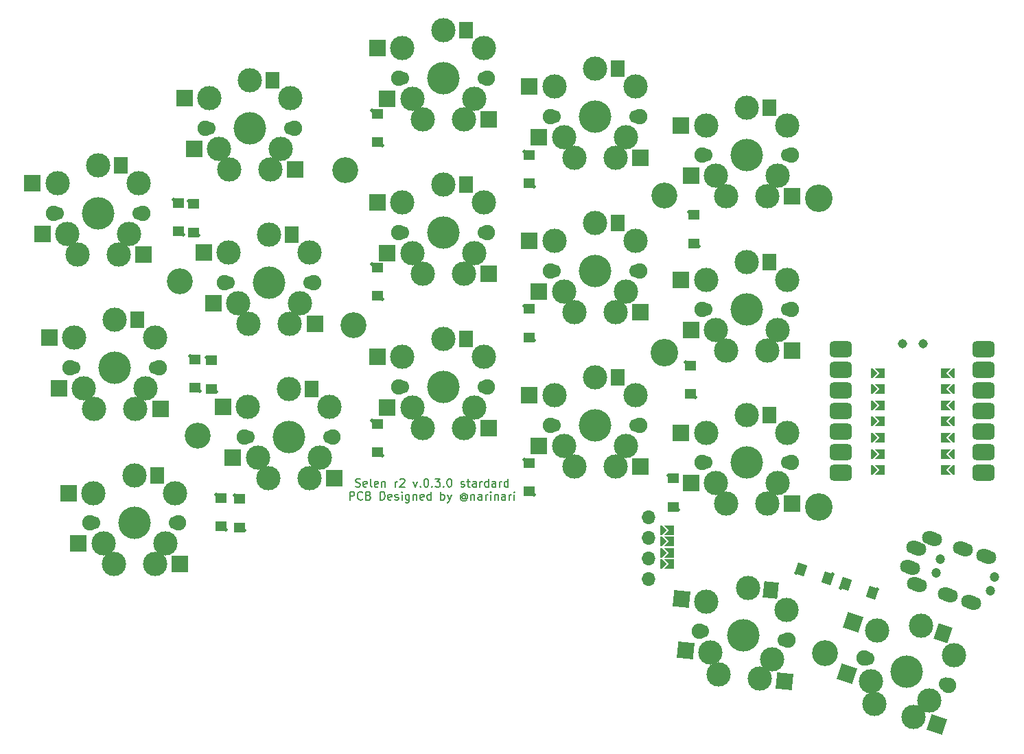
<source format=gts>
%TF.GenerationSoftware,KiCad,Pcbnew,(6.0.8)*%
%TF.CreationDate,2022-10-28T13:13:08+09:00*%
%TF.ProjectId,selen-rev2,73656c65-6e2d-4726-9576-322e6b696361,rev?*%
%TF.SameCoordinates,Original*%
%TF.FileFunction,Soldermask,Top*%
%TF.FilePolarity,Negative*%
%FSLAX46Y46*%
G04 Gerber Fmt 4.6, Leading zero omitted, Abs format (unit mm)*
G04 Created by KiCad (PCBNEW (6.0.8)) date 2022-10-28 13:13:08*
%MOMM*%
%LPD*%
G01*
G04 APERTURE LIST*
G04 Aperture macros list*
%AMRoundRect*
0 Rectangle with rounded corners*
0 $1 Rounding radius*
0 $2 $3 $4 $5 $6 $7 $8 $9 X,Y pos of 4 corners*
0 Add a 4 corners polygon primitive as box body*
4,1,4,$2,$3,$4,$5,$6,$7,$8,$9,$2,$3,0*
0 Add four circle primitives for the rounded corners*
1,1,$1+$1,$2,$3*
1,1,$1+$1,$4,$5*
1,1,$1+$1,$6,$7*
1,1,$1+$1,$8,$9*
0 Add four rect primitives between the rounded corners*
20,1,$1+$1,$2,$3,$4,$5,0*
20,1,$1+$1,$4,$5,$6,$7,0*
20,1,$1+$1,$6,$7,$8,$9,0*
20,1,$1+$1,$8,$9,$2,$3,0*%
%AMHorizOval*
0 Thick line with rounded ends*
0 $1 width*
0 $2 $3 position (X,Y) of the first rounded end (center of the circle)*
0 $4 $5 position (X,Y) of the second rounded end (center of the circle)*
0 Add line between two ends*
20,1,$1,$2,$3,$4,$5,0*
0 Add two circle primitives to create the rounded ends*
1,1,$1,$2,$3*
1,1,$1,$4,$5*%
%AMRotRect*
0 Rectangle, with rotation*
0 The origin of the aperture is its center*
0 $1 length*
0 $2 width*
0 $3 Rotation angle, in degrees counterclockwise*
0 Add horizontal line*
21,1,$1,$2,0,0,$3*%
%AMFreePoly0*
4,1,6,0.600000,0.200000,0.000000,-0.400000,-0.600000,0.200000,-0.600000,0.400000,0.600000,0.400000,0.600000,0.200000,0.600000,0.200000,$1*%
%AMFreePoly1*
4,1,6,0.600000,-0.250000,-0.600000,-0.250000,-0.600000,1.000000,0.000000,0.400000,0.600000,1.000000,0.600000,-0.250000,0.600000,-0.250000,$1*%
G04 Aperture macros list end*
%ADD10C,0.150000*%
%ADD11R,1.400000X1.200000*%
%ADD12C,0.500000*%
%ADD13O,1.700000X1.700000*%
%ADD14FreePoly0,90.000000*%
%ADD15FreePoly1,90.000000*%
%ADD16RotRect,1.200000X1.400000X342.000000*%
%ADD17C,1.900000*%
%ADD18C,3.000000*%
%ADD19C,1.700000*%
%ADD20C,4.000000*%
%ADD21R,2.000000X2.000000*%
%ADD22R,1.800000X2.000000*%
%ADD23C,3.200000*%
%ADD24C,3.400000*%
%ADD25RotRect,2.000000X2.000000X354.000000*%
%ADD26RotRect,1.800000X2.000000X354.000000*%
%ADD27RotRect,2.000000X2.000000X342.000000*%
%ADD28RotRect,1.800000X2.000000X342.000000*%
%ADD29C,1.200000*%
%ADD30HorizOval,1.700000X-0.380423X0.123607X0.380423X-0.123607X0*%
%ADD31FreePoly0,270.000000*%
%ADD32RoundRect,0.499745X-0.874395X-0.499745X0.874395X-0.499745X0.874395X0.499745X-0.874395X0.499745X0*%
%ADD33FreePoly1,270.000000*%
%ADD34C,1.143000*%
G04 APERTURE END LIST*
D10*
X131373690Y-116352380D02*
X131373690Y-115352380D01*
X131754642Y-115352380D01*
X131849880Y-115400000D01*
X131897499Y-115447619D01*
X131945118Y-115542857D01*
X131945118Y-115685714D01*
X131897499Y-115780952D01*
X131849880Y-115828571D01*
X131754642Y-115876190D01*
X131373690Y-115876190D01*
X132945118Y-116257142D02*
X132897499Y-116304761D01*
X132754642Y-116352380D01*
X132659404Y-116352380D01*
X132516547Y-116304761D01*
X132421309Y-116209523D01*
X132373690Y-116114285D01*
X132326071Y-115923809D01*
X132326071Y-115780952D01*
X132373690Y-115590476D01*
X132421309Y-115495238D01*
X132516547Y-115400000D01*
X132659404Y-115352380D01*
X132754642Y-115352380D01*
X132897499Y-115400000D01*
X132945118Y-115447619D01*
X133707023Y-115828571D02*
X133849880Y-115876190D01*
X133897499Y-115923809D01*
X133945118Y-116019047D01*
X133945118Y-116161904D01*
X133897499Y-116257142D01*
X133849880Y-116304761D01*
X133754642Y-116352380D01*
X133373690Y-116352380D01*
X133373690Y-115352380D01*
X133707023Y-115352380D01*
X133802261Y-115400000D01*
X133849880Y-115447619D01*
X133897499Y-115542857D01*
X133897499Y-115638095D01*
X133849880Y-115733333D01*
X133802261Y-115780952D01*
X133707023Y-115828571D01*
X133373690Y-115828571D01*
X135135595Y-116352380D02*
X135135595Y-115352380D01*
X135373690Y-115352380D01*
X135516547Y-115400000D01*
X135611785Y-115495238D01*
X135659404Y-115590476D01*
X135707023Y-115780952D01*
X135707023Y-115923809D01*
X135659404Y-116114285D01*
X135611785Y-116209523D01*
X135516547Y-116304761D01*
X135373690Y-116352380D01*
X135135595Y-116352380D01*
X136516547Y-116304761D02*
X136421309Y-116352380D01*
X136230833Y-116352380D01*
X136135595Y-116304761D01*
X136087975Y-116209523D01*
X136087975Y-115828571D01*
X136135595Y-115733333D01*
X136230833Y-115685714D01*
X136421309Y-115685714D01*
X136516547Y-115733333D01*
X136564166Y-115828571D01*
X136564166Y-115923809D01*
X136087975Y-116019047D01*
X136945118Y-116304761D02*
X137040356Y-116352380D01*
X137230833Y-116352380D01*
X137326071Y-116304761D01*
X137373690Y-116209523D01*
X137373690Y-116161904D01*
X137326071Y-116066666D01*
X137230833Y-116019047D01*
X137087975Y-116019047D01*
X136992737Y-115971428D01*
X136945118Y-115876190D01*
X136945118Y-115828571D01*
X136992737Y-115733333D01*
X137087975Y-115685714D01*
X137230833Y-115685714D01*
X137326071Y-115733333D01*
X137802261Y-116352380D02*
X137802261Y-115685714D01*
X137802261Y-115352380D02*
X137754642Y-115400000D01*
X137802261Y-115447619D01*
X137849880Y-115400000D01*
X137802261Y-115352380D01*
X137802261Y-115447619D01*
X138707023Y-115685714D02*
X138707023Y-116495238D01*
X138659404Y-116590476D01*
X138611785Y-116638095D01*
X138516547Y-116685714D01*
X138373690Y-116685714D01*
X138278452Y-116638095D01*
X138707023Y-116304761D02*
X138611785Y-116352380D01*
X138421309Y-116352380D01*
X138326071Y-116304761D01*
X138278452Y-116257142D01*
X138230833Y-116161904D01*
X138230833Y-115876190D01*
X138278452Y-115780952D01*
X138326071Y-115733333D01*
X138421309Y-115685714D01*
X138611785Y-115685714D01*
X138707023Y-115733333D01*
X139183214Y-115685714D02*
X139183214Y-116352380D01*
X139183214Y-115780952D02*
X139230833Y-115733333D01*
X139326071Y-115685714D01*
X139468928Y-115685714D01*
X139564166Y-115733333D01*
X139611785Y-115828571D01*
X139611785Y-116352380D01*
X140468928Y-116304761D02*
X140373690Y-116352380D01*
X140183214Y-116352380D01*
X140087975Y-116304761D01*
X140040356Y-116209523D01*
X140040356Y-115828571D01*
X140087975Y-115733333D01*
X140183214Y-115685714D01*
X140373690Y-115685714D01*
X140468928Y-115733333D01*
X140516547Y-115828571D01*
X140516547Y-115923809D01*
X140040356Y-116019047D01*
X141373690Y-116352380D02*
X141373690Y-115352380D01*
X141373690Y-116304761D02*
X141278452Y-116352380D01*
X141087975Y-116352380D01*
X140992737Y-116304761D01*
X140945118Y-116257142D01*
X140897499Y-116161904D01*
X140897499Y-115876190D01*
X140945118Y-115780952D01*
X140992737Y-115733333D01*
X141087975Y-115685714D01*
X141278452Y-115685714D01*
X141373690Y-115733333D01*
X142611785Y-116352380D02*
X142611785Y-115352380D01*
X142611785Y-115733333D02*
X142707023Y-115685714D01*
X142897499Y-115685714D01*
X142992737Y-115733333D01*
X143040356Y-115780952D01*
X143087975Y-115876190D01*
X143087975Y-116161904D01*
X143040356Y-116257142D01*
X142992737Y-116304761D01*
X142897499Y-116352380D01*
X142707023Y-116352380D01*
X142611785Y-116304761D01*
X143421309Y-115685714D02*
X143659404Y-116352380D01*
X143897499Y-115685714D02*
X143659404Y-116352380D01*
X143564166Y-116590476D01*
X143516547Y-116638095D01*
X143421309Y-116685714D01*
X145659404Y-115876190D02*
X145611785Y-115828571D01*
X145516547Y-115780952D01*
X145421309Y-115780952D01*
X145326071Y-115828571D01*
X145278452Y-115876190D01*
X145230833Y-115971428D01*
X145230833Y-116066666D01*
X145278452Y-116161904D01*
X145326071Y-116209523D01*
X145421309Y-116257142D01*
X145516547Y-116257142D01*
X145611785Y-116209523D01*
X145659404Y-116161904D01*
X145659404Y-115780952D02*
X145659404Y-116161904D01*
X145707023Y-116209523D01*
X145754642Y-116209523D01*
X145849880Y-116161904D01*
X145897499Y-116066666D01*
X145897499Y-115828571D01*
X145802261Y-115685714D01*
X145659404Y-115590476D01*
X145468928Y-115542857D01*
X145278452Y-115590476D01*
X145135595Y-115685714D01*
X145040356Y-115828571D01*
X144992737Y-116019047D01*
X145040356Y-116209523D01*
X145135595Y-116352380D01*
X145278452Y-116447619D01*
X145468928Y-116495238D01*
X145659404Y-116447619D01*
X145802261Y-116352380D01*
X146326071Y-115685714D02*
X146326071Y-116352380D01*
X146326071Y-115780952D02*
X146373690Y-115733333D01*
X146468928Y-115685714D01*
X146611785Y-115685714D01*
X146707023Y-115733333D01*
X146754642Y-115828571D01*
X146754642Y-116352380D01*
X147659404Y-116352380D02*
X147659404Y-115828571D01*
X147611785Y-115733333D01*
X147516547Y-115685714D01*
X147326071Y-115685714D01*
X147230833Y-115733333D01*
X147659404Y-116304761D02*
X147564166Y-116352380D01*
X147326071Y-116352380D01*
X147230833Y-116304761D01*
X147183214Y-116209523D01*
X147183214Y-116114285D01*
X147230833Y-116019047D01*
X147326071Y-115971428D01*
X147564166Y-115971428D01*
X147659404Y-115923809D01*
X148135595Y-116352380D02*
X148135595Y-115685714D01*
X148135595Y-115876190D02*
X148183214Y-115780952D01*
X148230833Y-115733333D01*
X148326071Y-115685714D01*
X148421309Y-115685714D01*
X148754642Y-116352380D02*
X148754642Y-115685714D01*
X148754642Y-115352380D02*
X148707023Y-115400000D01*
X148754642Y-115447619D01*
X148802261Y-115400000D01*
X148754642Y-115352380D01*
X148754642Y-115447619D01*
X149230833Y-115685714D02*
X149230833Y-116352380D01*
X149230833Y-115780952D02*
X149278452Y-115733333D01*
X149373690Y-115685714D01*
X149516547Y-115685714D01*
X149611785Y-115733333D01*
X149659404Y-115828571D01*
X149659404Y-116352380D01*
X150564166Y-116352380D02*
X150564166Y-115828571D01*
X150516547Y-115733333D01*
X150421309Y-115685714D01*
X150230833Y-115685714D01*
X150135595Y-115733333D01*
X150564166Y-116304761D02*
X150468928Y-116352380D01*
X150230833Y-116352380D01*
X150135595Y-116304761D01*
X150087975Y-116209523D01*
X150087975Y-116114285D01*
X150135595Y-116019047D01*
X150230833Y-115971428D01*
X150468928Y-115971428D01*
X150564166Y-115923809D01*
X151040356Y-116352380D02*
X151040356Y-115685714D01*
X151040356Y-115876190D02*
X151087975Y-115780952D01*
X151135595Y-115733333D01*
X151230833Y-115685714D01*
X151326071Y-115685714D01*
X151659404Y-116352380D02*
X151659404Y-115685714D01*
X151659404Y-115352380D02*
X151611785Y-115400000D01*
X151659404Y-115447619D01*
X151707023Y-115400000D01*
X151659404Y-115352380D01*
X151659404Y-115447619D01*
X132087976Y-114704761D02*
X132230833Y-114752380D01*
X132468928Y-114752380D01*
X132564166Y-114704761D01*
X132611785Y-114657142D01*
X132659404Y-114561904D01*
X132659404Y-114466666D01*
X132611785Y-114371428D01*
X132564166Y-114323809D01*
X132468928Y-114276190D01*
X132278452Y-114228571D01*
X132183214Y-114180952D01*
X132135595Y-114133333D01*
X132087976Y-114038095D01*
X132087976Y-113942857D01*
X132135595Y-113847619D01*
X132183214Y-113800000D01*
X132278452Y-113752380D01*
X132516547Y-113752380D01*
X132659404Y-113800000D01*
X133468928Y-114704761D02*
X133373690Y-114752380D01*
X133183214Y-114752380D01*
X133087976Y-114704761D01*
X133040357Y-114609523D01*
X133040357Y-114228571D01*
X133087976Y-114133333D01*
X133183214Y-114085714D01*
X133373690Y-114085714D01*
X133468928Y-114133333D01*
X133516547Y-114228571D01*
X133516547Y-114323809D01*
X133040357Y-114419047D01*
X134087976Y-114752380D02*
X133992738Y-114704761D01*
X133945119Y-114609523D01*
X133945119Y-113752380D01*
X134849880Y-114704761D02*
X134754642Y-114752380D01*
X134564166Y-114752380D01*
X134468928Y-114704761D01*
X134421309Y-114609523D01*
X134421309Y-114228571D01*
X134468928Y-114133333D01*
X134564166Y-114085714D01*
X134754642Y-114085714D01*
X134849880Y-114133333D01*
X134897500Y-114228571D01*
X134897500Y-114323809D01*
X134421309Y-114419047D01*
X135326071Y-114085714D02*
X135326071Y-114752380D01*
X135326071Y-114180952D02*
X135373690Y-114133333D01*
X135468928Y-114085714D01*
X135611785Y-114085714D01*
X135707023Y-114133333D01*
X135754642Y-114228571D01*
X135754642Y-114752380D01*
X136992738Y-114752380D02*
X136992738Y-114085714D01*
X136992738Y-114276190D02*
X137040357Y-114180952D01*
X137087976Y-114133333D01*
X137183214Y-114085714D01*
X137278452Y-114085714D01*
X137564166Y-113847619D02*
X137611785Y-113800000D01*
X137707023Y-113752380D01*
X137945119Y-113752380D01*
X138040357Y-113800000D01*
X138087976Y-113847619D01*
X138135595Y-113942857D01*
X138135595Y-114038095D01*
X138087976Y-114180952D01*
X137516547Y-114752380D01*
X138135595Y-114752380D01*
X139230833Y-114085714D02*
X139468928Y-114752380D01*
X139707023Y-114085714D01*
X140087976Y-114657142D02*
X140135595Y-114704761D01*
X140087976Y-114752380D01*
X140040357Y-114704761D01*
X140087976Y-114657142D01*
X140087976Y-114752380D01*
X140754642Y-113752380D02*
X140849880Y-113752380D01*
X140945119Y-113800000D01*
X140992738Y-113847619D01*
X141040357Y-113942857D01*
X141087976Y-114133333D01*
X141087976Y-114371428D01*
X141040357Y-114561904D01*
X140992738Y-114657142D01*
X140945119Y-114704761D01*
X140849880Y-114752380D01*
X140754642Y-114752380D01*
X140659404Y-114704761D01*
X140611785Y-114657142D01*
X140564166Y-114561904D01*
X140516547Y-114371428D01*
X140516547Y-114133333D01*
X140564166Y-113942857D01*
X140611785Y-113847619D01*
X140659404Y-113800000D01*
X140754642Y-113752380D01*
X141516547Y-114657142D02*
X141564166Y-114704761D01*
X141516547Y-114752380D01*
X141468928Y-114704761D01*
X141516547Y-114657142D01*
X141516547Y-114752380D01*
X141897500Y-113752380D02*
X142516547Y-113752380D01*
X142183214Y-114133333D01*
X142326071Y-114133333D01*
X142421309Y-114180952D01*
X142468928Y-114228571D01*
X142516547Y-114323809D01*
X142516547Y-114561904D01*
X142468928Y-114657142D01*
X142421309Y-114704761D01*
X142326071Y-114752380D01*
X142040357Y-114752380D01*
X141945119Y-114704761D01*
X141897500Y-114657142D01*
X142945119Y-114657142D02*
X142992738Y-114704761D01*
X142945119Y-114752380D01*
X142897500Y-114704761D01*
X142945119Y-114657142D01*
X142945119Y-114752380D01*
X143611785Y-113752380D02*
X143707023Y-113752380D01*
X143802261Y-113800000D01*
X143849880Y-113847619D01*
X143897500Y-113942857D01*
X143945119Y-114133333D01*
X143945119Y-114371428D01*
X143897500Y-114561904D01*
X143849880Y-114657142D01*
X143802261Y-114704761D01*
X143707023Y-114752380D01*
X143611785Y-114752380D01*
X143516547Y-114704761D01*
X143468928Y-114657142D01*
X143421309Y-114561904D01*
X143373690Y-114371428D01*
X143373690Y-114133333D01*
X143421309Y-113942857D01*
X143468928Y-113847619D01*
X143516547Y-113800000D01*
X143611785Y-113752380D01*
X145087976Y-114704761D02*
X145183214Y-114752380D01*
X145373690Y-114752380D01*
X145468928Y-114704761D01*
X145516547Y-114609523D01*
X145516547Y-114561904D01*
X145468928Y-114466666D01*
X145373690Y-114419047D01*
X145230833Y-114419047D01*
X145135595Y-114371428D01*
X145087976Y-114276190D01*
X145087976Y-114228571D01*
X145135595Y-114133333D01*
X145230833Y-114085714D01*
X145373690Y-114085714D01*
X145468928Y-114133333D01*
X145802261Y-114085714D02*
X146183214Y-114085714D01*
X145945119Y-113752380D02*
X145945119Y-114609523D01*
X145992738Y-114704761D01*
X146087976Y-114752380D01*
X146183214Y-114752380D01*
X146945119Y-114752380D02*
X146945119Y-114228571D01*
X146897500Y-114133333D01*
X146802261Y-114085714D01*
X146611785Y-114085714D01*
X146516547Y-114133333D01*
X146945119Y-114704761D02*
X146849880Y-114752380D01*
X146611785Y-114752380D01*
X146516547Y-114704761D01*
X146468928Y-114609523D01*
X146468928Y-114514285D01*
X146516547Y-114419047D01*
X146611785Y-114371428D01*
X146849880Y-114371428D01*
X146945119Y-114323809D01*
X147421309Y-114752380D02*
X147421309Y-114085714D01*
X147421309Y-114276190D02*
X147468928Y-114180952D01*
X147516547Y-114133333D01*
X147611785Y-114085714D01*
X147707023Y-114085714D01*
X148468928Y-114752380D02*
X148468928Y-113752380D01*
X148468928Y-114704761D02*
X148373690Y-114752380D01*
X148183214Y-114752380D01*
X148087976Y-114704761D01*
X148040357Y-114657142D01*
X147992738Y-114561904D01*
X147992738Y-114276190D01*
X148040357Y-114180952D01*
X148087976Y-114133333D01*
X148183214Y-114085714D01*
X148373690Y-114085714D01*
X148468928Y-114133333D01*
X149373690Y-114752380D02*
X149373690Y-114228571D01*
X149326071Y-114133333D01*
X149230833Y-114085714D01*
X149040357Y-114085714D01*
X148945119Y-114133333D01*
X149373690Y-114704761D02*
X149278452Y-114752380D01*
X149040357Y-114752380D01*
X148945119Y-114704761D01*
X148897500Y-114609523D01*
X148897500Y-114514285D01*
X148945119Y-114419047D01*
X149040357Y-114371428D01*
X149278452Y-114371428D01*
X149373690Y-114323809D01*
X149849880Y-114752380D02*
X149849880Y-114085714D01*
X149849880Y-114276190D02*
X149897500Y-114180952D01*
X149945119Y-114133333D01*
X150040357Y-114085714D01*
X150135595Y-114085714D01*
X150897500Y-114752380D02*
X150897500Y-113752380D01*
X150897500Y-114704761D02*
X150802261Y-114752380D01*
X150611785Y-114752380D01*
X150516547Y-114704761D01*
X150468928Y-114657142D01*
X150421309Y-114561904D01*
X150421309Y-114276190D01*
X150468928Y-114180952D01*
X150516547Y-114133333D01*
X150611785Y-114085714D01*
X150802261Y-114085714D01*
X150897500Y-114133333D01*
D11*
%TO.C,D9*%
X153500000Y-92800000D03*
D12*
X152900000Y-92400000D03*
D11*
X153500000Y-96300000D03*
D12*
X154100000Y-96700000D03*
%TD*%
D11*
%TO.C,D4*%
X153500000Y-73800000D03*
D12*
X152900000Y-73400000D03*
X154100000Y-77700000D03*
D11*
X153500000Y-77300000D03*
%TD*%
%TO.C,D12*%
X117750000Y-116234000D03*
D12*
X117150000Y-115834000D03*
D11*
X117750000Y-119734000D03*
D12*
X118350000Y-120134000D03*
%TD*%
D13*
%TO.C,J2*%
X168200000Y-118500000D03*
X168200000Y-123580000D03*
D14*
X170100000Y-120100000D03*
X170100000Y-124300000D03*
X170100000Y-122900000D03*
D13*
X168200000Y-121040000D03*
D14*
X170100000Y-121500000D03*
D13*
X168200000Y-126120000D03*
D15*
X171100000Y-124300000D03*
X171100000Y-122900000D03*
X171100000Y-121500000D03*
X171100000Y-120100000D03*
%TD*%
D16*
%TO.C,D17*%
X192532000Y-126746000D03*
D12*
X191966167Y-127193027D03*
X196426531Y-127380532D03*
D16*
X195860698Y-127827560D03*
%TD*%
D17*
%TO.C,SW1*%
X94830000Y-80962500D03*
D18*
X96520000Y-83502500D03*
D19*
X95250000Y-80962500D03*
D18*
X104140000Y-83502500D03*
X95330000Y-77262500D03*
X100330000Y-75062500D03*
D19*
X105410000Y-80962500D03*
D18*
X105330000Y-77262500D03*
X97790000Y-86042500D03*
X102870000Y-86042500D03*
D20*
X100330000Y-80962500D03*
D17*
X105830000Y-80962500D03*
D21*
X105930000Y-86042500D03*
X92230000Y-77262500D03*
X93430000Y-83502500D03*
D22*
X103130000Y-75062500D03*
%TD*%
D19*
%TO.C,SW13*%
X137795000Y-102393750D03*
D17*
X148375000Y-102393750D03*
D18*
X147875000Y-98693750D03*
X137875000Y-98693750D03*
X142875000Y-96493750D03*
X140335000Y-107473750D03*
D19*
X147955000Y-102393750D03*
D18*
X139065000Y-104933750D03*
X146685000Y-104933750D03*
X145415000Y-107473750D03*
D20*
X142875000Y-102393750D03*
D17*
X137375000Y-102393750D03*
D21*
X148475000Y-107473750D03*
X134775000Y-98693750D03*
D22*
X145675000Y-96493750D03*
D21*
X135975000Y-104933750D03*
%TD*%
D12*
%TO.C,D15*%
X171850000Y-117600000D03*
D11*
X171250000Y-117200000D03*
D12*
X170650000Y-113300000D03*
D11*
X171250000Y-113700000D03*
%TD*%
D23*
%TO.C,REF\u002A\u002A*%
X170200000Y-78800000D03*
%TD*%
D11*
%TO.C,D8*%
X134750000Y-91200000D03*
D12*
X135350000Y-91600000D03*
D11*
X134750000Y-87700000D03*
D12*
X134150000Y-87300000D03*
%TD*%
D23*
%TO.C,REF\u002A\u002A*%
X112600000Y-108400000D03*
%TD*%
D18*
%TO.C,SW7*%
X121443750Y-83635000D03*
D17*
X126943750Y-89535000D03*
D18*
X123983750Y-94615000D03*
X117633750Y-92075000D03*
X118903750Y-94615000D03*
X126443750Y-85835000D03*
D20*
X121443750Y-89535000D03*
D18*
X125253750Y-92075000D03*
D17*
X115943750Y-89535000D03*
D19*
X116363750Y-89535000D03*
D18*
X116443750Y-85835000D03*
D19*
X126523750Y-89535000D03*
D21*
X127043750Y-94615000D03*
X113343750Y-85835000D03*
D22*
X124243750Y-83635000D03*
D21*
X114543750Y-92075000D03*
%TD*%
D12*
%TO.C,D11*%
X116100000Y-120034000D03*
D11*
X115500000Y-119634000D03*
D12*
X114900000Y-115734000D03*
D11*
X115500000Y-116134000D03*
%TD*%
D23*
%TO.C,REF\u002A\u002A*%
X130810000Y-75692000D03*
%TD*%
D18*
%TO.C,SW6*%
X98583750Y-102552500D03*
X107393750Y-96312500D03*
D17*
X107893750Y-100012500D03*
X96893750Y-100012500D03*
D20*
X102393750Y-100012500D03*
D18*
X102393750Y-94112500D03*
D19*
X97313750Y-100012500D03*
D18*
X104933750Y-105092500D03*
X106203750Y-102552500D03*
X99853750Y-105092500D03*
X97393750Y-96312500D03*
D19*
X107473750Y-100012500D03*
D21*
X94293750Y-96312500D03*
X107993750Y-105092500D03*
X95493750Y-102552500D03*
D22*
X105193750Y-94112500D03*
%TD*%
D23*
%TO.C,REF\u002A\u002A*%
X110400000Y-89400000D03*
%TD*%
D18*
%TO.C,SW11*%
X104775000Y-113321250D03*
X108585000Y-121761250D03*
X109775000Y-115521250D03*
D20*
X104775000Y-119221250D03*
D18*
X99775000Y-115521250D03*
D17*
X110275000Y-119221250D03*
D19*
X109855000Y-119221250D03*
D17*
X99275000Y-119221250D03*
D18*
X102235000Y-124301250D03*
X100965000Y-121761250D03*
D19*
X99695000Y-119221250D03*
D18*
X107315000Y-124301250D03*
D21*
X110375000Y-124301250D03*
X96675000Y-115521250D03*
X97875000Y-121761250D03*
D22*
X107575000Y-113321250D03*
%TD*%
D24*
%TO.C,REF\u002A\u002A*%
X189200000Y-79150000D03*
X189200000Y-117250000D03*
X170150000Y-98200000D03*
%TD*%
D18*
%TO.C,SW8*%
X142875000Y-77443750D03*
D20*
X142875000Y-83343750D03*
D19*
X137795000Y-83343750D03*
D17*
X137375000Y-83343750D03*
D18*
X137875000Y-79643750D03*
X147875000Y-79643750D03*
X145415000Y-88423750D03*
X146685000Y-85883750D03*
X139065000Y-85883750D03*
D19*
X147955000Y-83343750D03*
D17*
X148375000Y-83343750D03*
D18*
X140335000Y-88423750D03*
D21*
X134775000Y-79643750D03*
X148475000Y-88423750D03*
X135975000Y-85883750D03*
D22*
X145675000Y-77443750D03*
%TD*%
D18*
%TO.C,SW10*%
X180340000Y-86968750D03*
X185340000Y-89168750D03*
D17*
X174840000Y-92868750D03*
D18*
X175340000Y-89168750D03*
X177800000Y-97948750D03*
X176530000Y-95408750D03*
D17*
X185840000Y-92868750D03*
D20*
X180340000Y-92868750D03*
D18*
X182880000Y-97948750D03*
D19*
X185420000Y-92868750D03*
D18*
X184150000Y-95408750D03*
D19*
X175260000Y-92868750D03*
D21*
X185940000Y-97948750D03*
X172240000Y-89168750D03*
D22*
X183140000Y-86968750D03*
D21*
X173440000Y-95408750D03*
%TD*%
D18*
%TO.C,SW15*%
X175340000Y-108060000D03*
D19*
X175260000Y-111760000D03*
D18*
X177800000Y-116840000D03*
D17*
X174840000Y-111760000D03*
X185840000Y-111760000D03*
D18*
X176530000Y-114300000D03*
D20*
X180340000Y-111760000D03*
D18*
X182880000Y-116840000D03*
X185340000Y-108060000D03*
X184150000Y-114300000D03*
X180340000Y-105860000D03*
D19*
X185420000Y-111760000D03*
D21*
X185940000Y-116840000D03*
X172240000Y-108060000D03*
D22*
X183140000Y-105860000D03*
D21*
X173440000Y-114300000D03*
%TD*%
D20*
%TO.C,SW3*%
X142875000Y-64293750D03*
D17*
X148375000Y-64293750D03*
D18*
X142875000Y-58393750D03*
D19*
X137795000Y-64293750D03*
D18*
X137875000Y-60593750D03*
X139065000Y-66833750D03*
X147875000Y-60593750D03*
D19*
X147955000Y-64293750D03*
D18*
X145415000Y-69373750D03*
X146685000Y-66833750D03*
D17*
X137375000Y-64293750D03*
D18*
X140335000Y-69373750D03*
D21*
X134775000Y-60593750D03*
X148475000Y-69373750D03*
X135975000Y-66833750D03*
D22*
X145675000Y-58393750D03*
%TD*%
D17*
%TO.C,SW16*%
X174455262Y-132521675D03*
D18*
X175339278Y-128894209D03*
D20*
X179925132Y-133096582D03*
D18*
X175870501Y-135224414D03*
D19*
X184977303Y-133627587D03*
D18*
X181920213Y-138414256D03*
X185284497Y-129939493D03*
D17*
X185395002Y-133671489D03*
D18*
X180541850Y-127228903D03*
X176868042Y-137883251D03*
D19*
X174872961Y-132565577D03*
D18*
X183448758Y-136020921D03*
D25*
X172256260Y-128570170D03*
X184963450Y-138734113D03*
D26*
X183326511Y-127521583D03*
D25*
X172797429Y-134901421D03*
%TD*%
D11*
%TO.C,D3*%
X134750000Y-72200000D03*
D12*
X135350000Y-72600000D03*
D11*
X134750000Y-68700000D03*
D12*
X134150000Y-68300000D03*
%TD*%
%TO.C,D5*%
X174400000Y-85100000D03*
D11*
X173800000Y-84700000D03*
X173800000Y-81200000D03*
D12*
X173200000Y-80800000D03*
%TD*%
D11*
%TO.C,D1*%
X110236000Y-83234000D03*
D12*
X110836000Y-83634000D03*
X109636000Y-79334000D03*
D11*
X110236000Y-79734000D03*
%TD*%
D20*
%TO.C,SW2*%
X119062500Y-70485000D03*
D18*
X121602500Y-75565000D03*
X116522500Y-75565000D03*
D19*
X113982500Y-70485000D03*
X124142500Y-70485000D03*
D18*
X122872500Y-73025000D03*
X115252500Y-73025000D03*
D17*
X113562500Y-70485000D03*
D18*
X124062500Y-66785000D03*
X114062500Y-66785000D03*
D17*
X124562500Y-70485000D03*
D18*
X119062500Y-64585000D03*
D21*
X124662500Y-75565000D03*
X110962500Y-66785000D03*
D22*
X121862500Y-64585000D03*
D21*
X112162500Y-73025000D03*
%TD*%
D18*
%TO.C,SW9*%
X156607500Y-84406250D03*
D20*
X161607500Y-88106250D03*
D18*
X159067500Y-93186250D03*
X165417500Y-90646250D03*
X157797500Y-90646250D03*
D17*
X167107500Y-88106250D03*
D18*
X164147500Y-93186250D03*
D17*
X156107500Y-88106250D03*
D19*
X156527500Y-88106250D03*
D18*
X161607500Y-82206250D03*
D19*
X166687500Y-88106250D03*
D18*
X166607500Y-84406250D03*
D21*
X167207500Y-93186250D03*
X153507500Y-84406250D03*
X154707500Y-90646250D03*
D22*
X164407500Y-82206250D03*
%TD*%
D17*
%TO.C,SW5*%
X185840000Y-73818750D03*
D18*
X180340000Y-67918750D03*
D20*
X180340000Y-73818750D03*
D18*
X177800000Y-78898750D03*
D17*
X174840000Y-73818750D03*
D18*
X184150000Y-76358750D03*
X182880000Y-78898750D03*
X175340000Y-70118750D03*
D19*
X185420000Y-73818750D03*
D18*
X185340000Y-70118750D03*
X176530000Y-76358750D03*
D19*
X175260000Y-73818750D03*
D21*
X185940000Y-78898750D03*
X172240000Y-70118750D03*
D22*
X183140000Y-67918750D03*
D21*
X173440000Y-76358750D03*
%TD*%
D12*
%TO.C,D16*%
X186446575Y-125380369D03*
D16*
X187012408Y-124933342D03*
D12*
X190906939Y-125567874D03*
D16*
X190341106Y-126014902D03*
%TD*%
D12*
%TO.C,D13*%
X135350000Y-110850000D03*
D11*
X134750000Y-110450000D03*
X134750000Y-106950000D03*
D12*
X134150000Y-106550000D03*
%TD*%
%TO.C,D10*%
X174000000Y-103700000D03*
D11*
X173400000Y-103300000D03*
D12*
X172800000Y-99400000D03*
D11*
X173400000Y-99800000D03*
%TD*%
D17*
%TO.C,SW17*%
X194806738Y-135823708D03*
D18*
X205936194Y-135549477D03*
D19*
X195206182Y-135953495D03*
D18*
X196425629Y-132459307D03*
X201860749Y-131912068D03*
X200883426Y-143139571D03*
D17*
X205268360Y-139222894D03*
D20*
X200037549Y-137523301D03*
D18*
X196052059Y-141569765D03*
X195629121Y-138761630D03*
X202876171Y-141116339D03*
D19*
X204868916Y-139093107D03*
D27*
X203793659Y-144085163D03*
X193477354Y-131501354D03*
D28*
X204523708Y-132777315D03*
D27*
X192690356Y-137806767D03*
%TD*%
D18*
%TO.C,SW12*%
X121285000Y-113665000D03*
D20*
X123825000Y-108585000D03*
D18*
X118825000Y-104885000D03*
X123825000Y-102685000D03*
X120015000Y-111125000D03*
D19*
X128905000Y-108585000D03*
D17*
X118325000Y-108585000D03*
D19*
X118745000Y-108585000D03*
D18*
X126365000Y-113665000D03*
D17*
X129325000Y-108585000D03*
D18*
X127635000Y-111125000D03*
X128825000Y-104885000D03*
D21*
X115725000Y-104885000D03*
X129425000Y-113665000D03*
X116925000Y-111125000D03*
D22*
X126625000Y-102685000D03*
%TD*%
D12*
%TO.C,D14*%
X152900000Y-111400000D03*
D11*
X153500000Y-111800000D03*
X153500000Y-115300000D03*
D12*
X154100000Y-115700000D03*
%TD*%
D29*
%TO.C,J1*%
X210914195Y-125872126D03*
X204256799Y-123709007D03*
X210373415Y-127536475D03*
X203716020Y-125373356D03*
D30*
X201226469Y-122356381D03*
X200469377Y-124686469D03*
X209851229Y-123318676D03*
X208012578Y-128977463D03*
X206998059Y-122391625D03*
X205159408Y-128050412D03*
X201355182Y-126814344D03*
X203193833Y-121155557D03*
%TD*%
D12*
%TO.C,D2*%
X111511000Y-79434000D03*
D11*
X112111000Y-79834000D03*
D12*
X112711000Y-83734000D03*
D11*
X112111000Y-83334000D03*
%TD*%
D18*
%TO.C,SW14*%
X156607500Y-103456250D03*
D19*
X166687500Y-107156250D03*
D18*
X157797500Y-109696250D03*
D17*
X167107500Y-107156250D03*
D18*
X161607500Y-101256250D03*
X159067500Y-112236250D03*
X165417500Y-109696250D03*
D20*
X161607500Y-107156250D03*
D18*
X164147500Y-112236250D03*
D19*
X156527500Y-107156250D03*
D17*
X156107500Y-107156250D03*
D18*
X166607500Y-103456250D03*
D21*
X153507500Y-103456250D03*
X167207500Y-112236250D03*
D22*
X164407500Y-101256250D03*
D21*
X154707500Y-109696250D03*
%TD*%
D11*
%TO.C,D7*%
X114300000Y-99138000D03*
D12*
X113700000Y-98738000D03*
X114900000Y-103038000D03*
D11*
X114300000Y-102638000D03*
%TD*%
D18*
%TO.C,SW4*%
X165417500Y-71596250D03*
D19*
X156527500Y-69056250D03*
D17*
X167107500Y-69056250D03*
D18*
X159067500Y-74136250D03*
D17*
X156107500Y-69056250D03*
D19*
X166687500Y-69056250D03*
D18*
X161607500Y-63156250D03*
X166607500Y-65356250D03*
D20*
X161607500Y-69056250D03*
D18*
X164147500Y-74136250D03*
X157797500Y-71596250D03*
X156607500Y-65356250D03*
D21*
X167207500Y-74136250D03*
X153507500Y-65356250D03*
X154707500Y-71596250D03*
D22*
X164407500Y-63156250D03*
%TD*%
D31*
%TO.C,U1*%
X205563796Y-106687504D03*
D32*
X209588184Y-107891296D03*
X191921304Y-107891296D03*
D31*
X205563796Y-110687504D03*
X205588184Y-108687504D03*
D32*
X209588184Y-100271296D03*
D14*
X196088184Y-104687504D03*
D32*
X191921304Y-112971296D03*
X209588184Y-102811296D03*
D31*
X205588184Y-102687504D03*
D32*
X209588184Y-105351296D03*
D31*
X205588184Y-104687504D03*
D32*
X209588184Y-112971296D03*
D31*
X205588184Y-100687504D03*
D14*
X196088184Y-102687504D03*
D32*
X191921304Y-105351296D03*
X191921304Y-97731296D03*
D14*
X196063796Y-112687504D03*
X196088184Y-108687504D03*
D31*
X205563796Y-112687504D03*
D14*
X196063796Y-106687504D03*
X196088184Y-100687504D03*
D32*
X209588184Y-97731296D03*
X191921304Y-110431296D03*
X191921304Y-100271296D03*
X209588184Y-110431296D03*
X191921304Y-102811296D03*
D14*
X196088184Y-110687504D03*
D33*
X204588184Y-100687504D03*
X204588184Y-102687504D03*
X204588184Y-104687504D03*
X204563796Y-106687504D03*
X204588184Y-108687504D03*
X204563796Y-110687504D03*
X204563796Y-112687504D03*
D15*
X197063796Y-112687504D03*
X197088184Y-110687504D03*
X197088184Y-108687504D03*
X197063796Y-106687504D03*
X197088184Y-104687504D03*
X197088184Y-102687504D03*
X197088184Y-100687504D03*
D34*
X199536987Y-97044929D03*
X202076987Y-97044929D03*
%TD*%
D23*
%TO.C,REF\u002A\u002A*%
X189992000Y-135250000D03*
%TD*%
%TO.C,REF\u002A\u002A*%
X131800000Y-94800000D03*
%TD*%
D12*
%TO.C,D6*%
X112868000Y-102938000D03*
D11*
X112268000Y-102538000D03*
X112268000Y-99038000D03*
D12*
X111668000Y-98638000D03*
%TD*%
M02*

</source>
